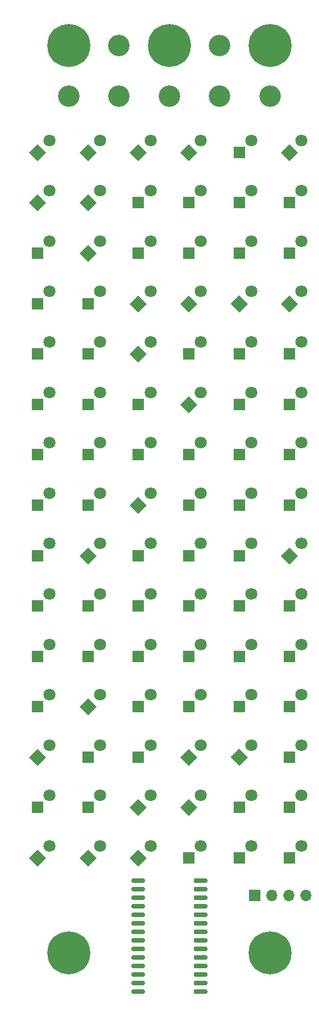
<source format=gbs>
G04 #@! TF.GenerationSoftware,KiCad,Pcbnew,7.0.6-7.0.6~ubuntu22.04.1*
G04 #@! TF.CreationDate,2023-08-02T18:38:59+01:00*
G04 #@! TF.ProjectId,working,776f726b-696e-4672-9e6b-696361645f70,rev?*
G04 #@! TF.SameCoordinates,Original*
G04 #@! TF.FileFunction,Soldermask,Bot*
G04 #@! TF.FilePolarity,Negative*
%FSLAX46Y46*%
G04 Gerber Fmt 4.6, Leading zero omitted, Abs format (unit mm)*
G04 Created by KiCad (PCBNEW 7.0.6-7.0.6~ubuntu22.04.1) date 2023-08-02 18:38:59*
%MOMM*%
%LPD*%
G01*
G04 APERTURE LIST*
%ADD10C,1.800000*%
%ADD11R,1.700000X1.700000*%
%ADD12O,1.700000X1.700000*%
%ADD13C,3.200000*%
%ADD14C,6.400000*%
%ADD15R,1.800000X1.800000*%
G04 APERTURE END LIST*
G36*
X-12116000Y35361208D02*
G01*
X-13388792Y36634000D01*
X-12116000Y37906792D01*
X-10843208Y36634000D01*
X-12116000Y35361208D01*
G37*
D10*
X-10319949Y38430051D03*
G36*
X10384000Y-39638792D02*
G01*
X9111208Y-38366000D01*
X10384000Y-37093208D01*
X11656792Y-38366000D01*
X10384000Y-39638792D01*
G37*
X12180051Y-36569949D03*
G36*
X2884000Y50361208D02*
G01*
X1611208Y51634000D01*
X2884000Y52906792D01*
X4156792Y51634000D01*
X2884000Y50361208D01*
G37*
X4680051Y53430051D03*
G36*
X17884000Y50361208D02*
G01*
X16611208Y51634000D01*
X17884000Y52906792D01*
X19156792Y51634000D01*
X17884000Y50361208D01*
G37*
X19680051Y53430051D03*
G36*
X2884000Y-47138792D02*
G01*
X1611208Y-45866000D01*
X2884000Y-44593208D01*
X4156792Y-45866000D01*
X2884000Y-47138792D01*
G37*
X4680051Y-44069949D03*
G36*
X2884000Y27861208D02*
G01*
X1611208Y29134000D01*
X2884000Y30406792D01*
X4156792Y29134000D01*
X2884000Y27861208D01*
G37*
X4680051Y30930051D03*
G36*
X-12116000Y42861208D02*
G01*
X-13388792Y44134000D01*
X-12116000Y45406792D01*
X-10843208Y44134000D01*
X-12116000Y42861208D01*
G37*
X-10319949Y45930051D03*
G36*
X-19616000Y-39638792D02*
G01*
X-20888792Y-38366000D01*
X-19616000Y-37093208D01*
X-18343208Y-38366000D01*
X-19616000Y-39638792D01*
G37*
X-17819949Y-36569949D03*
G36*
X-4616000Y-47138792D02*
G01*
X-5888792Y-45866000D01*
X-4616000Y-44593208D01*
X-3343208Y-45866000D01*
X-4616000Y-47138792D01*
G37*
X-2819949Y-44069949D03*
D11*
X12700000Y-58928000D03*
D12*
X15240000Y-58928000D03*
X17780000Y-58928000D03*
X20320000Y-58928000D03*
G36*
X-12116000Y50361208D02*
G01*
X-13388792Y51634000D01*
X-12116000Y52906792D01*
X-10843208Y51634000D01*
X-12116000Y50361208D01*
G37*
D10*
X-10319949Y53430051D03*
G36*
X10384000Y27861208D02*
G01*
X9111208Y29134000D01*
X10384000Y30406792D01*
X11656792Y29134000D01*
X10384000Y27861208D01*
G37*
X12180051Y30930051D03*
G36*
X-4616000Y27861208D02*
G01*
X-5888792Y29134000D01*
X-4616000Y30406792D01*
X-3343208Y29134000D01*
X-4616000Y27861208D01*
G37*
X-2819949Y30930051D03*
G36*
X17884000Y27861208D02*
G01*
X16611208Y29134000D01*
X17884000Y30406792D01*
X19156792Y29134000D01*
X17884000Y27861208D01*
G37*
X19680051Y30930051D03*
G36*
X-4616000Y20361208D02*
G01*
X-5888792Y21634000D01*
X-4616000Y22906792D01*
X-3343208Y21634000D01*
X-4616000Y20361208D01*
G37*
X-2819949Y23430051D03*
G36*
X-12116000Y-32138792D02*
G01*
X-13388792Y-30866000D01*
X-12116000Y-29593208D01*
X-10843208Y-30866000D01*
X-12116000Y-32138792D01*
G37*
X-10319949Y-29069949D03*
G36*
X-4616000Y50361208D02*
G01*
X-5888792Y51634000D01*
X-4616000Y52906792D01*
X-3343208Y51634000D01*
X-4616000Y50361208D01*
G37*
X-2819949Y53430051D03*
D13*
X7500000Y60000000D03*
G36*
X2884000Y12861208D02*
G01*
X1611208Y14134000D01*
X2884000Y15406792D01*
X4156792Y14134000D01*
X2884000Y12861208D01*
G37*
D10*
X4680051Y15930051D03*
G36*
X17884000Y-9638792D02*
G01*
X16611208Y-8366000D01*
X17884000Y-7093208D01*
X19156792Y-8366000D01*
X17884000Y-9638792D01*
G37*
X19680051Y-6569949D03*
G36*
X2884000Y-39638792D02*
G01*
X1611208Y-38366000D01*
X2884000Y-37093208D01*
X4156792Y-38366000D01*
X2884000Y-39638792D01*
G37*
X4680051Y-36569949D03*
G36*
X-19616000Y42861208D02*
G01*
X-20888792Y44134000D01*
X-19616000Y45406792D01*
X-18343208Y44134000D01*
X-19616000Y42861208D01*
G37*
X-17819949Y45930051D03*
G36*
X-4616000Y-2138792D02*
G01*
X-5888792Y-866000D01*
X-4616000Y406792D01*
X-3343208Y-866000D01*
X-4616000Y-2138792D01*
G37*
X-2819949Y930051D03*
G36*
X-12116000Y-9638792D02*
G01*
X-13388792Y-8366000D01*
X-12116000Y-7093208D01*
X-10843208Y-8366000D01*
X-12116000Y-9638792D01*
G37*
X-10319949Y-6569949D03*
D14*
X15000000Y-67500000D03*
G36*
X-19616000Y50361208D02*
G01*
X-20888792Y51634000D01*
X-19616000Y52906792D01*
X-18343208Y51634000D01*
X-19616000Y50361208D01*
G37*
D10*
X-17819949Y53430051D03*
G36*
X-19616000Y-54638792D02*
G01*
X-20888792Y-53366000D01*
X-19616000Y-52093208D01*
X-18343208Y-53366000D01*
X-19616000Y-54638792D01*
G37*
X-17819949Y-51569949D03*
D15*
X-19616000Y21634000D03*
D10*
X-17819949Y23430051D03*
D15*
X10384000Y51634000D03*
D10*
X12180051Y53430051D03*
D15*
X2884000Y-53366000D03*
D10*
X4680051Y-51569949D03*
D13*
X0Y60000000D03*
D15*
X-12116000Y6634000D03*
D10*
X-10319949Y8430051D03*
D15*
X-4616000Y36634000D03*
D10*
X-2819949Y38430051D03*
G36*
X-4616000Y-54638792D02*
G01*
X-5888792Y-53366000D01*
X-4616000Y-52093208D01*
X-3343208Y-53366000D01*
X-4616000Y-54638792D01*
G37*
X-2819949Y-51569949D03*
D14*
X15000000Y67500000D03*
D15*
X2884000Y36634000D03*
D10*
X4680051Y38430051D03*
D15*
X-4616000Y-23366000D03*
D10*
X-2819949Y-21569949D03*
D15*
X-19616000Y-45866000D03*
D10*
X-17819949Y-44069949D03*
D15*
X2884000Y21634000D03*
D10*
X4680051Y23430051D03*
D15*
X10384000Y-15866000D03*
D10*
X12180051Y-14069949D03*
D15*
X17884000Y-45866000D03*
D10*
X19680051Y-44069949D03*
D15*
X10384000Y21634000D03*
D10*
X12180051Y23430051D03*
D15*
X10384000Y6634000D03*
D10*
X12180051Y8430051D03*
D15*
X17884000Y14134000D03*
D10*
X19680051Y15930051D03*
D15*
X17884000Y36634000D03*
D10*
X19680051Y38430051D03*
D15*
X10384000Y-30866000D03*
D10*
X12180051Y-29069949D03*
D15*
X10384000Y-8366000D03*
D10*
X12180051Y-6569949D03*
D15*
X10384000Y44134000D03*
D10*
X12180051Y45930051D03*
G36*
X-12116000Y-54638792D02*
G01*
X-13388792Y-53366000D01*
X-12116000Y-52093208D01*
X-10843208Y-53366000D01*
X-12116000Y-54638792D01*
G37*
X-10319949Y-51569949D03*
D15*
X-4616000Y-38366000D03*
D10*
X-2819949Y-36569949D03*
D15*
X17884000Y-53366000D03*
D10*
X19680051Y-51569949D03*
D15*
X2884000Y-30866000D03*
D10*
X4680051Y-29069949D03*
D15*
X17884000Y-866000D03*
D10*
X19680051Y930051D03*
D14*
X0Y67500000D03*
D15*
X-19616000Y14134000D03*
D10*
X-17819949Y15930051D03*
D15*
X17884000Y21634000D03*
D10*
X19680051Y23430051D03*
D15*
X10384000Y-53366000D03*
D10*
X12180051Y-51569949D03*
D15*
X2884000Y-15866000D03*
D10*
X4680051Y-14069949D03*
D15*
X17884000Y-23366000D03*
D10*
X19680051Y-21569949D03*
D15*
X10384000Y14134000D03*
D10*
X12180051Y15930051D03*
D15*
X10384000Y-45866000D03*
D10*
X12180051Y-44069949D03*
D15*
X2884000Y-866000D03*
D10*
X4680051Y930051D03*
D13*
X-15000000Y60000000D03*
D15*
X2884000Y44134000D03*
D10*
X4680051Y45930051D03*
D15*
X-19616000Y-30866000D03*
D10*
X-17819949Y-29069949D03*
D15*
X-19616000Y36634000D03*
D10*
X-17819949Y38430051D03*
D15*
X-12116000Y-866000D03*
D10*
X-10319949Y930051D03*
D15*
X-4616000Y-15866000D03*
D10*
X-2819949Y-14069949D03*
D15*
X-4616000Y-30866000D03*
D10*
X-2819949Y-29069949D03*
D15*
X-19616000Y-15866000D03*
D10*
X-17819949Y-14069949D03*
D15*
X-19616000Y-23366000D03*
D10*
X-17819949Y-21569949D03*
D15*
X2884000Y-8366000D03*
D10*
X4680051Y-6569949D03*
D15*
X17884000Y-30866000D03*
D10*
X19680051Y-29069949D03*
D15*
X-4616000Y14134000D03*
D10*
X-2819949Y15930051D03*
D14*
X-15000000Y-67500000D03*
D15*
X-19616000Y-866000D03*
D10*
X-17819949Y930051D03*
D15*
X17884000Y-15866000D03*
D10*
X19680051Y-14069949D03*
D15*
X10384000Y36634000D03*
D10*
X12180051Y38430051D03*
D15*
X-4616000Y6634000D03*
D10*
X-2819949Y8430051D03*
D15*
X-12116000Y-45866000D03*
D10*
X-10319949Y-44069949D03*
D14*
X-15000000Y67500000D03*
D15*
X-19616000Y6634000D03*
D10*
X-17819949Y8430051D03*
D15*
X17884000Y-38366000D03*
D10*
X19680051Y-36569949D03*
D15*
X-12116000Y-38366000D03*
D10*
X-10319949Y-36569949D03*
D15*
X2884000Y-23366000D03*
D10*
X4680051Y-21569949D03*
D15*
X-19616000Y-8366000D03*
D10*
X-17819949Y-6569949D03*
D13*
X15000000Y60000000D03*
X-7500000Y67500000D03*
D15*
X-4616000Y44134000D03*
D10*
X-2819949Y45930051D03*
D15*
X10384000Y-23366000D03*
D10*
X12180051Y-21569949D03*
D15*
X2884000Y6634000D03*
D10*
X4680051Y8430051D03*
D15*
X17884000Y44134000D03*
D10*
X19680051Y45930051D03*
D15*
X-12116000Y14134000D03*
D10*
X-10319949Y15930051D03*
D15*
X-12116000Y-15866000D03*
D10*
X-10319949Y-14069949D03*
D15*
X-4616000Y-8366000D03*
D10*
X-2819949Y-6569949D03*
D15*
X-12116000Y-23366000D03*
D10*
X-10319949Y-21569949D03*
D15*
X10384000Y-866000D03*
D10*
X12180051Y930051D03*
D13*
X7500000Y67500000D03*
D15*
X-12116000Y21634000D03*
D10*
X-10319949Y23430051D03*
D13*
X-7500000Y60000000D03*
D15*
X-12116000Y29134000D03*
D10*
X-10319949Y30930051D03*
D15*
X17884000Y6634000D03*
D10*
X19680051Y8430051D03*
D15*
X-19616000Y29134000D03*
D10*
X-17819949Y30930051D03*
G36*
G01*
X5675000Y-56595000D02*
X5675000Y-56895000D01*
G75*
G02*
X5525000Y-57045000I-150000J0D01*
G01*
X3775000Y-57045000D01*
G75*
G02*
X3625000Y-56895000I0J150000D01*
G01*
X3625000Y-56595000D01*
G75*
G02*
X3775000Y-56445000I150000J0D01*
G01*
X5525000Y-56445000D01*
G75*
G02*
X5675000Y-56595000I0J-150000D01*
G01*
G37*
G36*
G01*
X5675000Y-57865000D02*
X5675000Y-58165000D01*
G75*
G02*
X5525000Y-58315000I-150000J0D01*
G01*
X3775000Y-58315000D01*
G75*
G02*
X3625000Y-58165000I0J150000D01*
G01*
X3625000Y-57865000D01*
G75*
G02*
X3775000Y-57715000I150000J0D01*
G01*
X5525000Y-57715000D01*
G75*
G02*
X5675000Y-57865000I0J-150000D01*
G01*
G37*
G36*
G01*
X5675000Y-59135000D02*
X5675000Y-59435000D01*
G75*
G02*
X5525000Y-59585000I-150000J0D01*
G01*
X3775000Y-59585000D01*
G75*
G02*
X3625000Y-59435000I0J150000D01*
G01*
X3625000Y-59135000D01*
G75*
G02*
X3775000Y-58985000I150000J0D01*
G01*
X5525000Y-58985000D01*
G75*
G02*
X5675000Y-59135000I0J-150000D01*
G01*
G37*
G36*
G01*
X5675000Y-60405000D02*
X5675000Y-60705000D01*
G75*
G02*
X5525000Y-60855000I-150000J0D01*
G01*
X3775000Y-60855000D01*
G75*
G02*
X3625000Y-60705000I0J150000D01*
G01*
X3625000Y-60405000D01*
G75*
G02*
X3775000Y-60255000I150000J0D01*
G01*
X5525000Y-60255000D01*
G75*
G02*
X5675000Y-60405000I0J-150000D01*
G01*
G37*
G36*
G01*
X5675000Y-61675000D02*
X5675000Y-61975000D01*
G75*
G02*
X5525000Y-62125000I-150000J0D01*
G01*
X3775000Y-62125000D01*
G75*
G02*
X3625000Y-61975000I0J150000D01*
G01*
X3625000Y-61675000D01*
G75*
G02*
X3775000Y-61525000I150000J0D01*
G01*
X5525000Y-61525000D01*
G75*
G02*
X5675000Y-61675000I0J-150000D01*
G01*
G37*
G36*
G01*
X5675000Y-62945000D02*
X5675000Y-63245000D01*
G75*
G02*
X5525000Y-63395000I-150000J0D01*
G01*
X3775000Y-63395000D01*
G75*
G02*
X3625000Y-63245000I0J150000D01*
G01*
X3625000Y-62945000D01*
G75*
G02*
X3775000Y-62795000I150000J0D01*
G01*
X5525000Y-62795000D01*
G75*
G02*
X5675000Y-62945000I0J-150000D01*
G01*
G37*
G36*
G01*
X5675000Y-64215000D02*
X5675000Y-64515000D01*
G75*
G02*
X5525000Y-64665000I-150000J0D01*
G01*
X3775000Y-64665000D01*
G75*
G02*
X3625000Y-64515000I0J150000D01*
G01*
X3625000Y-64215000D01*
G75*
G02*
X3775000Y-64065000I150000J0D01*
G01*
X5525000Y-64065000D01*
G75*
G02*
X5675000Y-64215000I0J-150000D01*
G01*
G37*
G36*
G01*
X5675000Y-65485000D02*
X5675000Y-65785000D01*
G75*
G02*
X5525000Y-65935000I-150000J0D01*
G01*
X3775000Y-65935000D01*
G75*
G02*
X3625000Y-65785000I0J150000D01*
G01*
X3625000Y-65485000D01*
G75*
G02*
X3775000Y-65335000I150000J0D01*
G01*
X5525000Y-65335000D01*
G75*
G02*
X5675000Y-65485000I0J-150000D01*
G01*
G37*
G36*
G01*
X5675000Y-66755000D02*
X5675000Y-67055000D01*
G75*
G02*
X5525000Y-67205000I-150000J0D01*
G01*
X3775000Y-67205000D01*
G75*
G02*
X3625000Y-67055000I0J150000D01*
G01*
X3625000Y-66755000D01*
G75*
G02*
X3775000Y-66605000I150000J0D01*
G01*
X5525000Y-66605000D01*
G75*
G02*
X5675000Y-66755000I0J-150000D01*
G01*
G37*
G36*
G01*
X5675000Y-68025000D02*
X5675000Y-68325000D01*
G75*
G02*
X5525000Y-68475000I-150000J0D01*
G01*
X3775000Y-68475000D01*
G75*
G02*
X3625000Y-68325000I0J150000D01*
G01*
X3625000Y-68025000D01*
G75*
G02*
X3775000Y-67875000I150000J0D01*
G01*
X5525000Y-67875000D01*
G75*
G02*
X5675000Y-68025000I0J-150000D01*
G01*
G37*
G36*
G01*
X5675000Y-69295000D02*
X5675000Y-69595000D01*
G75*
G02*
X5525000Y-69745000I-150000J0D01*
G01*
X3775000Y-69745000D01*
G75*
G02*
X3625000Y-69595000I0J150000D01*
G01*
X3625000Y-69295000D01*
G75*
G02*
X3775000Y-69145000I150000J0D01*
G01*
X5525000Y-69145000D01*
G75*
G02*
X5675000Y-69295000I0J-150000D01*
G01*
G37*
G36*
G01*
X5675000Y-70565000D02*
X5675000Y-70865000D01*
G75*
G02*
X5525000Y-71015000I-150000J0D01*
G01*
X3775000Y-71015000D01*
G75*
G02*
X3625000Y-70865000I0J150000D01*
G01*
X3625000Y-70565000D01*
G75*
G02*
X3775000Y-70415000I150000J0D01*
G01*
X5525000Y-70415000D01*
G75*
G02*
X5675000Y-70565000I0J-150000D01*
G01*
G37*
G36*
G01*
X5675000Y-71835000D02*
X5675000Y-72135000D01*
G75*
G02*
X5525000Y-72285000I-150000J0D01*
G01*
X3775000Y-72285000D01*
G75*
G02*
X3625000Y-72135000I0J150000D01*
G01*
X3625000Y-71835000D01*
G75*
G02*
X3775000Y-71685000I150000J0D01*
G01*
X5525000Y-71685000D01*
G75*
G02*
X5675000Y-71835000I0J-150000D01*
G01*
G37*
G36*
G01*
X5675000Y-73105000D02*
X5675000Y-73405000D01*
G75*
G02*
X5525000Y-73555000I-150000J0D01*
G01*
X3775000Y-73555000D01*
G75*
G02*
X3625000Y-73405000I0J150000D01*
G01*
X3625000Y-73105000D01*
G75*
G02*
X3775000Y-72955000I150000J0D01*
G01*
X5525000Y-72955000D01*
G75*
G02*
X5675000Y-73105000I0J-150000D01*
G01*
G37*
G36*
G01*
X-3625000Y-73105000D02*
X-3625000Y-73405000D01*
G75*
G02*
X-3775000Y-73555000I-150000J0D01*
G01*
X-5525000Y-73555000D01*
G75*
G02*
X-5675000Y-73405000I0J150000D01*
G01*
X-5675000Y-73105000D01*
G75*
G02*
X-5525000Y-72955000I150000J0D01*
G01*
X-3775000Y-72955000D01*
G75*
G02*
X-3625000Y-73105000I0J-150000D01*
G01*
G37*
G36*
G01*
X-3625000Y-71835000D02*
X-3625000Y-72135000D01*
G75*
G02*
X-3775000Y-72285000I-150000J0D01*
G01*
X-5525000Y-72285000D01*
G75*
G02*
X-5675000Y-72135000I0J150000D01*
G01*
X-5675000Y-71835000D01*
G75*
G02*
X-5525000Y-71685000I150000J0D01*
G01*
X-3775000Y-71685000D01*
G75*
G02*
X-3625000Y-71835000I0J-150000D01*
G01*
G37*
G36*
G01*
X-3625000Y-70565000D02*
X-3625000Y-70865000D01*
G75*
G02*
X-3775000Y-71015000I-150000J0D01*
G01*
X-5525000Y-71015000D01*
G75*
G02*
X-5675000Y-70865000I0J150000D01*
G01*
X-5675000Y-70565000D01*
G75*
G02*
X-5525000Y-70415000I150000J0D01*
G01*
X-3775000Y-70415000D01*
G75*
G02*
X-3625000Y-70565000I0J-150000D01*
G01*
G37*
G36*
G01*
X-3625000Y-69295000D02*
X-3625000Y-69595000D01*
G75*
G02*
X-3775000Y-69745000I-150000J0D01*
G01*
X-5525000Y-69745000D01*
G75*
G02*
X-5675000Y-69595000I0J150000D01*
G01*
X-5675000Y-69295000D01*
G75*
G02*
X-5525000Y-69145000I150000J0D01*
G01*
X-3775000Y-69145000D01*
G75*
G02*
X-3625000Y-69295000I0J-150000D01*
G01*
G37*
G36*
G01*
X-3625000Y-68025000D02*
X-3625000Y-68325000D01*
G75*
G02*
X-3775000Y-68475000I-150000J0D01*
G01*
X-5525000Y-68475000D01*
G75*
G02*
X-5675000Y-68325000I0J150000D01*
G01*
X-5675000Y-68025000D01*
G75*
G02*
X-5525000Y-67875000I150000J0D01*
G01*
X-3775000Y-67875000D01*
G75*
G02*
X-3625000Y-68025000I0J-150000D01*
G01*
G37*
G36*
G01*
X-3625000Y-66755000D02*
X-3625000Y-67055000D01*
G75*
G02*
X-3775000Y-67205000I-150000J0D01*
G01*
X-5525000Y-67205000D01*
G75*
G02*
X-5675000Y-67055000I0J150000D01*
G01*
X-5675000Y-66755000D01*
G75*
G02*
X-5525000Y-66605000I150000J0D01*
G01*
X-3775000Y-66605000D01*
G75*
G02*
X-3625000Y-66755000I0J-150000D01*
G01*
G37*
G36*
G01*
X-3625000Y-65485000D02*
X-3625000Y-65785000D01*
G75*
G02*
X-3775000Y-65935000I-150000J0D01*
G01*
X-5525000Y-65935000D01*
G75*
G02*
X-5675000Y-65785000I0J150000D01*
G01*
X-5675000Y-65485000D01*
G75*
G02*
X-5525000Y-65335000I150000J0D01*
G01*
X-3775000Y-65335000D01*
G75*
G02*
X-3625000Y-65485000I0J-150000D01*
G01*
G37*
G36*
G01*
X-3625000Y-64215000D02*
X-3625000Y-64515000D01*
G75*
G02*
X-3775000Y-64665000I-150000J0D01*
G01*
X-5525000Y-64665000D01*
G75*
G02*
X-5675000Y-64515000I0J150000D01*
G01*
X-5675000Y-64215000D01*
G75*
G02*
X-5525000Y-64065000I150000J0D01*
G01*
X-3775000Y-64065000D01*
G75*
G02*
X-3625000Y-64215000I0J-150000D01*
G01*
G37*
G36*
G01*
X-3625000Y-62945000D02*
X-3625000Y-63245000D01*
G75*
G02*
X-3775000Y-63395000I-150000J0D01*
G01*
X-5525000Y-63395000D01*
G75*
G02*
X-5675000Y-63245000I0J150000D01*
G01*
X-5675000Y-62945000D01*
G75*
G02*
X-5525000Y-62795000I150000J0D01*
G01*
X-3775000Y-62795000D01*
G75*
G02*
X-3625000Y-62945000I0J-150000D01*
G01*
G37*
G36*
G01*
X-3625000Y-61675000D02*
X-3625000Y-61975000D01*
G75*
G02*
X-3775000Y-62125000I-150000J0D01*
G01*
X-5525000Y-62125000D01*
G75*
G02*
X-5675000Y-61975000I0J150000D01*
G01*
X-5675000Y-61675000D01*
G75*
G02*
X-5525000Y-61525000I150000J0D01*
G01*
X-3775000Y-61525000D01*
G75*
G02*
X-3625000Y-61675000I0J-150000D01*
G01*
G37*
G36*
G01*
X-3625000Y-60405000D02*
X-3625000Y-60705000D01*
G75*
G02*
X-3775000Y-60855000I-150000J0D01*
G01*
X-5525000Y-60855000D01*
G75*
G02*
X-5675000Y-60705000I0J150000D01*
G01*
X-5675000Y-60405000D01*
G75*
G02*
X-5525000Y-60255000I150000J0D01*
G01*
X-3775000Y-60255000D01*
G75*
G02*
X-3625000Y-60405000I0J-150000D01*
G01*
G37*
G36*
G01*
X-3625000Y-59135000D02*
X-3625000Y-59435000D01*
G75*
G02*
X-3775000Y-59585000I-150000J0D01*
G01*
X-5525000Y-59585000D01*
G75*
G02*
X-5675000Y-59435000I0J150000D01*
G01*
X-5675000Y-59135000D01*
G75*
G02*
X-5525000Y-58985000I150000J0D01*
G01*
X-3775000Y-58985000D01*
G75*
G02*
X-3625000Y-59135000I0J-150000D01*
G01*
G37*
G36*
G01*
X-3625000Y-57865000D02*
X-3625000Y-58165000D01*
G75*
G02*
X-3775000Y-58315000I-150000J0D01*
G01*
X-5525000Y-58315000D01*
G75*
G02*
X-5675000Y-58165000I0J150000D01*
G01*
X-5675000Y-57865000D01*
G75*
G02*
X-5525000Y-57715000I150000J0D01*
G01*
X-3775000Y-57715000D01*
G75*
G02*
X-3625000Y-57865000I0J-150000D01*
G01*
G37*
G36*
G01*
X-3625000Y-56595000D02*
X-3625000Y-56895000D01*
G75*
G02*
X-3775000Y-57045000I-150000J0D01*
G01*
X-5525000Y-57045000D01*
G75*
G02*
X-5675000Y-56895000I0J150000D01*
G01*
X-5675000Y-56595000D01*
G75*
G02*
X-5525000Y-56445000I150000J0D01*
G01*
X-3775000Y-56445000D01*
G75*
G02*
X-3625000Y-56595000I0J-150000D01*
G01*
G37*
M02*

</source>
